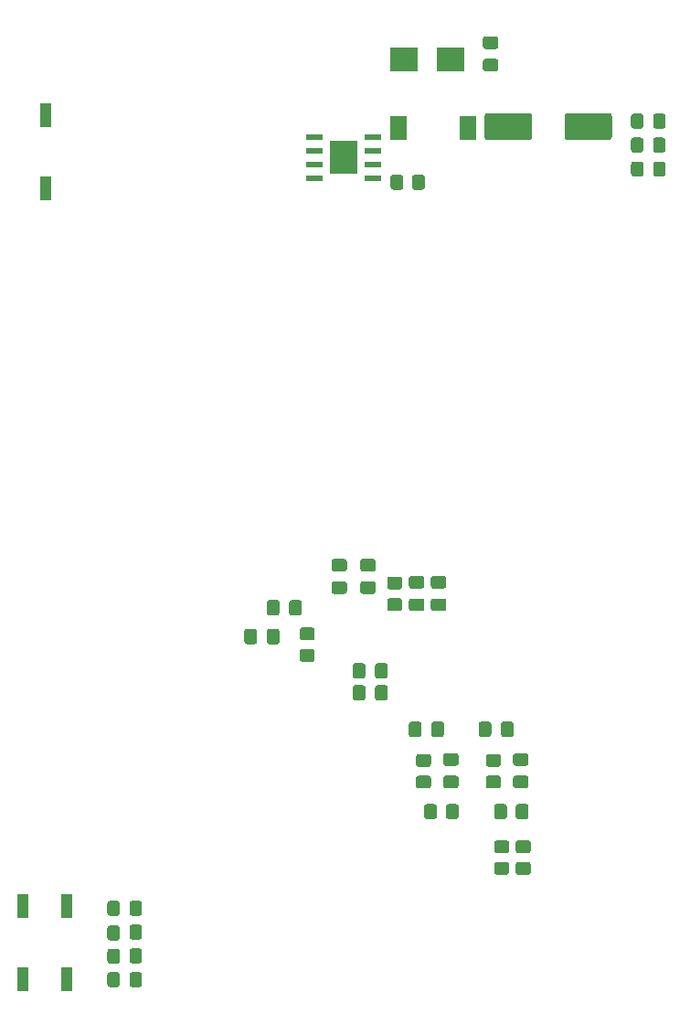
<source format=gtp>
G04 #@! TF.GenerationSoftware,KiCad,Pcbnew,(5.1.10)-1*
G04 #@! TF.CreationDate,2021-09-30T10:00:51+08:00*
G04 #@! TF.ProjectId,internal_mainboard_V2.2,696e7465-726e-4616-9c5f-6d61696e626f,rev?*
G04 #@! TF.SameCoordinates,Original*
G04 #@! TF.FileFunction,Paste,Top*
G04 #@! TF.FilePolarity,Positive*
%FSLAX46Y46*%
G04 Gerber Fmt 4.6, Leading zero omitted, Abs format (unit mm)*
G04 Created by KiCad (PCBNEW (5.1.10)-1) date 2021-09-30 10:00:51*
%MOMM*%
%LPD*%
G01*
G04 APERTURE LIST*
%ADD10R,2.600000X3.100000*%
%ADD11R,1.550000X0.600000*%
%ADD12R,1.120000X2.160000*%
%ADD13R,1.500000X2.200000*%
%ADD14R,2.500000X2.300000*%
G04 APERTURE END LIST*
G36*
G01*
X248611001Y-103232000D02*
X247710999Y-103232000D01*
G75*
G02*
X247461000Y-102982001I0J249999D01*
G01*
X247461000Y-102281999D01*
G75*
G02*
X247710999Y-102032000I249999J0D01*
G01*
X248611001Y-102032000D01*
G75*
G02*
X248861000Y-102281999I0J-249999D01*
G01*
X248861000Y-102982001D01*
G75*
G02*
X248611001Y-103232000I-249999J0D01*
G01*
G37*
G36*
G01*
X248611001Y-105232000D02*
X247710999Y-105232000D01*
G75*
G02*
X247461000Y-104982001I0J249999D01*
G01*
X247461000Y-104281999D01*
G75*
G02*
X247710999Y-104032000I249999J0D01*
G01*
X248611001Y-104032000D01*
G75*
G02*
X248861000Y-104281999I0J-249999D01*
G01*
X248861000Y-104982001D01*
G75*
G02*
X248611001Y-105232000I-249999J0D01*
G01*
G37*
G36*
G01*
X242184000Y-98927499D02*
X242184000Y-99827501D01*
G75*
G02*
X241934001Y-100077500I-249999J0D01*
G01*
X241233999Y-100077500D01*
G75*
G02*
X240984000Y-99827501I0J249999D01*
G01*
X240984000Y-98927499D01*
G75*
G02*
X241233999Y-98677500I249999J0D01*
G01*
X241934001Y-98677500D01*
G75*
G02*
X242184000Y-98927499I0J-249999D01*
G01*
G37*
G36*
G01*
X244184000Y-98927499D02*
X244184000Y-99827501D01*
G75*
G02*
X243934001Y-100077500I-249999J0D01*
G01*
X243233999Y-100077500D01*
G75*
G02*
X242984000Y-99827501I0J249999D01*
G01*
X242984000Y-98927499D01*
G75*
G02*
X243233999Y-98677500I249999J0D01*
G01*
X243934001Y-98677500D01*
G75*
G02*
X244184000Y-98927499I0J-249999D01*
G01*
G37*
D10*
X233553000Y-38796000D03*
D11*
X230853000Y-36891000D03*
X230853000Y-38161000D03*
X230853000Y-39431000D03*
X230853000Y-40701000D03*
X236253000Y-40701000D03*
X236253000Y-39431000D03*
X236253000Y-38161000D03*
X236253000Y-36891000D03*
D12*
X205930500Y-41655500D03*
X205930500Y-34925500D03*
X207899000Y-114871000D03*
X207899000Y-108141000D03*
X203771500Y-114871000D03*
X203771500Y-108141000D03*
G36*
G01*
X250611001Y-103232000D02*
X249710999Y-103232000D01*
G75*
G02*
X249461000Y-102982001I0J249999D01*
G01*
X249461000Y-102281999D01*
G75*
G02*
X249710999Y-102032000I249999J0D01*
G01*
X250611001Y-102032000D01*
G75*
G02*
X250861000Y-102281999I0J-249999D01*
G01*
X250861000Y-102982001D01*
G75*
G02*
X250611001Y-103232000I-249999J0D01*
G01*
G37*
G36*
G01*
X250611001Y-105232000D02*
X249710999Y-105232000D01*
G75*
G02*
X249461000Y-104982001I0J249999D01*
G01*
X249461000Y-104281999D01*
G75*
G02*
X249710999Y-104032000I249999J0D01*
G01*
X250611001Y-104032000D01*
G75*
G02*
X250861000Y-104281999I0J-249999D01*
G01*
X250861000Y-104982001D01*
G75*
G02*
X250611001Y-105232000I-249999J0D01*
G01*
G37*
G36*
G01*
X239058000Y-40650999D02*
X239058000Y-41551001D01*
G75*
G02*
X238808001Y-41801000I-249999J0D01*
G01*
X238107999Y-41801000D01*
G75*
G02*
X237858000Y-41551001I0J249999D01*
G01*
X237858000Y-40650999D01*
G75*
G02*
X238107999Y-40401000I249999J0D01*
G01*
X238808001Y-40401000D01*
G75*
G02*
X239058000Y-40650999I0J-249999D01*
G01*
G37*
G36*
G01*
X241058000Y-40650999D02*
X241058000Y-41551001D01*
G75*
G02*
X240808001Y-41801000I-249999J0D01*
G01*
X240107999Y-41801000D01*
G75*
G02*
X239858000Y-41551001I0J249999D01*
G01*
X239858000Y-40650999D01*
G75*
G02*
X240107999Y-40401000I249999J0D01*
G01*
X240808001Y-40401000D01*
G75*
G02*
X241058000Y-40650999I0J-249999D01*
G01*
G37*
G36*
G01*
X240468999Y-96041000D02*
X241369001Y-96041000D01*
G75*
G02*
X241619000Y-96290999I0J-249999D01*
G01*
X241619000Y-96991001D01*
G75*
G02*
X241369001Y-97241000I-249999J0D01*
G01*
X240468999Y-97241000D01*
G75*
G02*
X240219000Y-96991001I0J249999D01*
G01*
X240219000Y-96290999D01*
G75*
G02*
X240468999Y-96041000I249999J0D01*
G01*
G37*
G36*
G01*
X240468999Y-94041000D02*
X241369001Y-94041000D01*
G75*
G02*
X241619000Y-94290999I0J-249999D01*
G01*
X241619000Y-94991001D01*
G75*
G02*
X241369001Y-95241000I-249999J0D01*
G01*
X240468999Y-95241000D01*
G75*
G02*
X240219000Y-94991001I0J249999D01*
G01*
X240219000Y-94290999D01*
G75*
G02*
X240468999Y-94041000I249999J0D01*
G01*
G37*
G36*
G01*
X248661000Y-98927499D02*
X248661000Y-99827501D01*
G75*
G02*
X248411001Y-100077500I-249999J0D01*
G01*
X247710999Y-100077500D01*
G75*
G02*
X247461000Y-99827501I0J249999D01*
G01*
X247461000Y-98927499D01*
G75*
G02*
X247710999Y-98677500I249999J0D01*
G01*
X248411001Y-98677500D01*
G75*
G02*
X248661000Y-98927499I0J-249999D01*
G01*
G37*
G36*
G01*
X250661000Y-98927499D02*
X250661000Y-99827501D01*
G75*
G02*
X250411001Y-100077500I-249999J0D01*
G01*
X249710999Y-100077500D01*
G75*
G02*
X249461000Y-99827501I0J249999D01*
G01*
X249461000Y-98927499D01*
G75*
G02*
X249710999Y-98677500I249999J0D01*
G01*
X250411001Y-98677500D01*
G75*
G02*
X250661000Y-98927499I0J-249999D01*
G01*
G37*
G36*
G01*
X246945999Y-96041000D02*
X247846001Y-96041000D01*
G75*
G02*
X248096000Y-96290999I0J-249999D01*
G01*
X248096000Y-96991001D01*
G75*
G02*
X247846001Y-97241000I-249999J0D01*
G01*
X246945999Y-97241000D01*
G75*
G02*
X246696000Y-96991001I0J249999D01*
G01*
X246696000Y-96290999D01*
G75*
G02*
X246945999Y-96041000I249999J0D01*
G01*
G37*
G36*
G01*
X246945999Y-94041000D02*
X247846001Y-94041000D01*
G75*
G02*
X248096000Y-94290999I0J-249999D01*
G01*
X248096000Y-94991001D01*
G75*
G02*
X247846001Y-95241000I-249999J0D01*
G01*
X246945999Y-95241000D01*
G75*
G02*
X246696000Y-94991001I0J249999D01*
G01*
X246696000Y-94290999D01*
G75*
G02*
X246945999Y-94041000I249999J0D01*
G01*
G37*
G36*
G01*
X237801999Y-79609500D02*
X238702001Y-79609500D01*
G75*
G02*
X238952000Y-79859499I0J-249999D01*
G01*
X238952000Y-80559501D01*
G75*
G02*
X238702001Y-80809500I-249999J0D01*
G01*
X237801999Y-80809500D01*
G75*
G02*
X237552000Y-80559501I0J249999D01*
G01*
X237552000Y-79859499D01*
G75*
G02*
X237801999Y-79609500I249999J0D01*
G01*
G37*
G36*
G01*
X237801999Y-77609500D02*
X238702001Y-77609500D01*
G75*
G02*
X238952000Y-77859499I0J-249999D01*
G01*
X238952000Y-78559501D01*
G75*
G02*
X238702001Y-78809500I-249999J0D01*
G01*
X237801999Y-78809500D01*
G75*
G02*
X237552000Y-78559501I0J249999D01*
G01*
X237552000Y-77859499D01*
G75*
G02*
X237801999Y-77609500I249999J0D01*
G01*
G37*
G36*
G01*
X229695999Y-84316000D02*
X230596001Y-84316000D01*
G75*
G02*
X230846000Y-84565999I0J-249999D01*
G01*
X230846000Y-85266001D01*
G75*
G02*
X230596001Y-85516000I-249999J0D01*
G01*
X229695999Y-85516000D01*
G75*
G02*
X229446000Y-85266001I0J249999D01*
G01*
X229446000Y-84565999D01*
G75*
G02*
X229695999Y-84316000I249999J0D01*
G01*
G37*
G36*
G01*
X229695999Y-82316000D02*
X230596001Y-82316000D01*
G75*
G02*
X230846000Y-82565999I0J-249999D01*
G01*
X230846000Y-83266001D01*
G75*
G02*
X230596001Y-83516000I-249999J0D01*
G01*
X229695999Y-83516000D01*
G75*
G02*
X229446000Y-83266001I0J249999D01*
G01*
X229446000Y-82565999D01*
G75*
G02*
X229695999Y-82316000I249999J0D01*
G01*
G37*
D13*
X238608000Y-36091000D03*
X245008000Y-36091000D03*
G36*
G01*
X263347000Y-34982999D02*
X263347000Y-35883001D01*
G75*
G02*
X263097001Y-36133000I-249999J0D01*
G01*
X262446999Y-36133000D01*
G75*
G02*
X262197000Y-35883001I0J249999D01*
G01*
X262197000Y-34982999D01*
G75*
G02*
X262446999Y-34733000I249999J0D01*
G01*
X263097001Y-34733000D01*
G75*
G02*
X263347000Y-34982999I0J-249999D01*
G01*
G37*
G36*
G01*
X261297000Y-34982999D02*
X261297000Y-35883001D01*
G75*
G02*
X261047001Y-36133000I-249999J0D01*
G01*
X260396999Y-36133000D01*
G75*
G02*
X260147000Y-35883001I0J249999D01*
G01*
X260147000Y-34982999D01*
G75*
G02*
X260396999Y-34733000I249999J0D01*
G01*
X261047001Y-34733000D01*
G75*
G02*
X261297000Y-34982999I0J-249999D01*
G01*
G37*
G36*
G01*
X263347000Y-37205499D02*
X263347000Y-38105501D01*
G75*
G02*
X263097001Y-38355500I-249999J0D01*
G01*
X262446999Y-38355500D01*
G75*
G02*
X262197000Y-38105501I0J249999D01*
G01*
X262197000Y-37205499D01*
G75*
G02*
X262446999Y-36955500I249999J0D01*
G01*
X263097001Y-36955500D01*
G75*
G02*
X263347000Y-37205499I0J-249999D01*
G01*
G37*
G36*
G01*
X261297000Y-37205499D02*
X261297000Y-38105501D01*
G75*
G02*
X261047001Y-38355500I-249999J0D01*
G01*
X260396999Y-38355500D01*
G75*
G02*
X260147000Y-38105501I0J249999D01*
G01*
X260147000Y-37205499D01*
G75*
G02*
X260396999Y-36955500I249999J0D01*
G01*
X261047001Y-36955500D01*
G75*
G02*
X261297000Y-37205499I0J-249999D01*
G01*
G37*
G36*
G01*
X263347000Y-39427999D02*
X263347000Y-40328001D01*
G75*
G02*
X263097001Y-40578000I-249999J0D01*
G01*
X262446999Y-40578000D01*
G75*
G02*
X262197000Y-40328001I0J249999D01*
G01*
X262197000Y-39427999D01*
G75*
G02*
X262446999Y-39178000I249999J0D01*
G01*
X263097001Y-39178000D01*
G75*
G02*
X263347000Y-39427999I0J-249999D01*
G01*
G37*
G36*
G01*
X261297000Y-39427999D02*
X261297000Y-40328001D01*
G75*
G02*
X261047001Y-40578000I-249999J0D01*
G01*
X260396999Y-40578000D01*
G75*
G02*
X260147000Y-40328001I0J249999D01*
G01*
X260147000Y-39427999D01*
G75*
G02*
X260396999Y-39178000I249999J0D01*
G01*
X261047001Y-39178000D01*
G75*
G02*
X261297000Y-39427999I0J-249999D01*
G01*
G37*
D14*
X239108000Y-29685000D03*
X243408000Y-29685000D03*
G36*
G01*
X214833000Y-114484999D02*
X214833000Y-115385001D01*
G75*
G02*
X214583001Y-115635000I-249999J0D01*
G01*
X213932999Y-115635000D01*
G75*
G02*
X213683000Y-115385001I0J249999D01*
G01*
X213683000Y-114484999D01*
G75*
G02*
X213932999Y-114235000I249999J0D01*
G01*
X214583001Y-114235000D01*
G75*
G02*
X214833000Y-114484999I0J-249999D01*
G01*
G37*
G36*
G01*
X212783000Y-114484999D02*
X212783000Y-115385001D01*
G75*
G02*
X212533001Y-115635000I-249999J0D01*
G01*
X211882999Y-115635000D01*
G75*
G02*
X211633000Y-115385001I0J249999D01*
G01*
X211633000Y-114484999D01*
G75*
G02*
X211882999Y-114235000I249999J0D01*
G01*
X212533001Y-114235000D01*
G75*
G02*
X212783000Y-114484999I0J-249999D01*
G01*
G37*
G36*
G01*
X214833000Y-112283666D02*
X214833000Y-113183668D01*
G75*
G02*
X214583001Y-113433667I-249999J0D01*
G01*
X213932999Y-113433667D01*
G75*
G02*
X213683000Y-113183668I0J249999D01*
G01*
X213683000Y-112283666D01*
G75*
G02*
X213932999Y-112033667I249999J0D01*
G01*
X214583001Y-112033667D01*
G75*
G02*
X214833000Y-112283666I0J-249999D01*
G01*
G37*
G36*
G01*
X212783000Y-112325999D02*
X212783000Y-113226001D01*
G75*
G02*
X212533001Y-113476000I-249999J0D01*
G01*
X211882999Y-113476000D01*
G75*
G02*
X211633000Y-113226001I0J249999D01*
G01*
X211633000Y-112325999D01*
G75*
G02*
X211882999Y-112076000I249999J0D01*
G01*
X212533001Y-112076000D01*
G75*
G02*
X212783000Y-112325999I0J-249999D01*
G01*
G37*
G36*
G01*
X214833000Y-110082333D02*
X214833000Y-110982335D01*
G75*
G02*
X214583001Y-111232334I-249999J0D01*
G01*
X213932999Y-111232334D01*
G75*
G02*
X213683000Y-110982335I0J249999D01*
G01*
X213683000Y-110082333D01*
G75*
G02*
X213932999Y-109832334I249999J0D01*
G01*
X214583001Y-109832334D01*
G75*
G02*
X214833000Y-110082333I0J-249999D01*
G01*
G37*
G36*
G01*
X212783000Y-110166999D02*
X212783000Y-111067001D01*
G75*
G02*
X212533001Y-111317000I-249999J0D01*
G01*
X211882999Y-111317000D01*
G75*
G02*
X211633000Y-111067001I0J249999D01*
G01*
X211633000Y-110166999D01*
G75*
G02*
X211882999Y-109917000I249999J0D01*
G01*
X212533001Y-109917000D01*
G75*
G02*
X212783000Y-110166999I0J-249999D01*
G01*
G37*
G36*
G01*
X214833000Y-107880999D02*
X214833000Y-108781001D01*
G75*
G02*
X214583001Y-109031000I-249999J0D01*
G01*
X213932999Y-109031000D01*
G75*
G02*
X213683000Y-108781001I0J249999D01*
G01*
X213683000Y-107880999D01*
G75*
G02*
X213932999Y-107631000I249999J0D01*
G01*
X214583001Y-107631000D01*
G75*
G02*
X214833000Y-107880999I0J-249999D01*
G01*
G37*
G36*
G01*
X212783000Y-107880999D02*
X212783000Y-108781001D01*
G75*
G02*
X212533001Y-109031000I-249999J0D01*
G01*
X211882999Y-109031000D01*
G75*
G02*
X211633000Y-108781001I0J249999D01*
G01*
X211633000Y-107880999D01*
G75*
G02*
X211882999Y-107631000I249999J0D01*
G01*
X212533001Y-107631000D01*
G75*
G02*
X212783000Y-107880999I0J-249999D01*
G01*
G37*
G36*
G01*
X246576000Y-36941000D02*
X246576000Y-34941000D01*
G75*
G02*
X246826000Y-34691000I250000J0D01*
G01*
X250726000Y-34691000D01*
G75*
G02*
X250976000Y-34941000I0J-250000D01*
G01*
X250976000Y-36941000D01*
G75*
G02*
X250726000Y-37191000I-250000J0D01*
G01*
X246826000Y-37191000D01*
G75*
G02*
X246576000Y-36941000I0J250000D01*
G01*
G37*
G36*
G01*
X253976000Y-36941000D02*
X253976000Y-34941000D01*
G75*
G02*
X254226000Y-34691000I250000J0D01*
G01*
X258126000Y-34691000D01*
G75*
G02*
X258376000Y-34941000I0J-250000D01*
G01*
X258376000Y-36941000D01*
G75*
G02*
X258126000Y-37191000I-250000J0D01*
G01*
X254226000Y-37191000D01*
G75*
G02*
X253976000Y-36941000I0J250000D01*
G01*
G37*
G36*
G01*
X247617000Y-30835000D02*
X246667000Y-30835000D01*
G75*
G02*
X246417000Y-30585000I0J250000D01*
G01*
X246417000Y-29910000D01*
G75*
G02*
X246667000Y-29660000I250000J0D01*
G01*
X247617000Y-29660000D01*
G75*
G02*
X247867000Y-29910000I0J-250000D01*
G01*
X247867000Y-30585000D01*
G75*
G02*
X247617000Y-30835000I-250000J0D01*
G01*
G37*
G36*
G01*
X247617000Y-28760000D02*
X246667000Y-28760000D01*
G75*
G02*
X246417000Y-28510000I0J250000D01*
G01*
X246417000Y-27835000D01*
G75*
G02*
X246667000Y-27585000I250000J0D01*
G01*
X247617000Y-27585000D01*
G75*
G02*
X247867000Y-27835000I0J-250000D01*
G01*
X247867000Y-28510000D01*
G75*
G02*
X247617000Y-28760000I-250000J0D01*
G01*
G37*
G36*
G01*
X242984000Y-93966000D02*
X243934000Y-93966000D01*
G75*
G02*
X244184000Y-94216000I0J-250000D01*
G01*
X244184000Y-94891000D01*
G75*
G02*
X243934000Y-95141000I-250000J0D01*
G01*
X242984000Y-95141000D01*
G75*
G02*
X242734000Y-94891000I0J250000D01*
G01*
X242734000Y-94216000D01*
G75*
G02*
X242984000Y-93966000I250000J0D01*
G01*
G37*
G36*
G01*
X242984000Y-96041000D02*
X243934000Y-96041000D01*
G75*
G02*
X244184000Y-96291000I0J-250000D01*
G01*
X244184000Y-96966000D01*
G75*
G02*
X243934000Y-97216000I-250000J0D01*
G01*
X242984000Y-97216000D01*
G75*
G02*
X242734000Y-96966000I0J250000D01*
G01*
X242734000Y-96291000D01*
G75*
G02*
X242984000Y-96041000I250000J0D01*
G01*
G37*
G36*
G01*
X249461000Y-93966000D02*
X250411000Y-93966000D01*
G75*
G02*
X250661000Y-94216000I0J-250000D01*
G01*
X250661000Y-94891000D01*
G75*
G02*
X250411000Y-95141000I-250000J0D01*
G01*
X249461000Y-95141000D01*
G75*
G02*
X249211000Y-94891000I0J250000D01*
G01*
X249211000Y-94216000D01*
G75*
G02*
X249461000Y-93966000I250000J0D01*
G01*
G37*
G36*
G01*
X249461000Y-96041000D02*
X250411000Y-96041000D01*
G75*
G02*
X250661000Y-96291000I0J-250000D01*
G01*
X250661000Y-96966000D01*
G75*
G02*
X250411000Y-97216000I-250000J0D01*
G01*
X249461000Y-97216000D01*
G75*
G02*
X249211000Y-96966000I0J250000D01*
G01*
X249211000Y-96291000D01*
G75*
G02*
X249461000Y-96041000I250000J0D01*
G01*
G37*
G36*
G01*
X239570000Y-92232500D02*
X239570000Y-91282500D01*
G75*
G02*
X239820000Y-91032500I250000J0D01*
G01*
X240495000Y-91032500D01*
G75*
G02*
X240745000Y-91282500I0J-250000D01*
G01*
X240745000Y-92232500D01*
G75*
G02*
X240495000Y-92482500I-250000J0D01*
G01*
X239820000Y-92482500D01*
G75*
G02*
X239570000Y-92232500I0J250000D01*
G01*
G37*
G36*
G01*
X241645000Y-92232500D02*
X241645000Y-91282500D01*
G75*
G02*
X241895000Y-91032500I250000J0D01*
G01*
X242570000Y-91032500D01*
G75*
G02*
X242820000Y-91282500I0J-250000D01*
G01*
X242820000Y-92232500D01*
G75*
G02*
X242570000Y-92482500I-250000J0D01*
G01*
X241895000Y-92482500D01*
G75*
G02*
X241645000Y-92232500I0J250000D01*
G01*
G37*
G36*
G01*
X246025000Y-92232500D02*
X246025000Y-91282500D01*
G75*
G02*
X246275000Y-91032500I250000J0D01*
G01*
X246950000Y-91032500D01*
G75*
G02*
X247200000Y-91282500I0J-250000D01*
G01*
X247200000Y-92232500D01*
G75*
G02*
X246950000Y-92482500I-250000J0D01*
G01*
X246275000Y-92482500D01*
G75*
G02*
X246025000Y-92232500I0J250000D01*
G01*
G37*
G36*
G01*
X248100000Y-92232500D02*
X248100000Y-91282500D01*
G75*
G02*
X248350000Y-91032500I250000J0D01*
G01*
X249025000Y-91032500D01*
G75*
G02*
X249275000Y-91282500I0J-250000D01*
G01*
X249275000Y-92232500D01*
G75*
G02*
X249025000Y-92482500I-250000J0D01*
G01*
X248350000Y-92482500D01*
G75*
G02*
X248100000Y-92232500I0J250000D01*
G01*
G37*
G36*
G01*
X227580000Y-82695000D02*
X227580000Y-83645000D01*
G75*
G02*
X227330000Y-83895000I-250000J0D01*
G01*
X226655000Y-83895000D01*
G75*
G02*
X226405000Y-83645000I0J250000D01*
G01*
X226405000Y-82695000D01*
G75*
G02*
X226655000Y-82445000I250000J0D01*
G01*
X227330000Y-82445000D01*
G75*
G02*
X227580000Y-82695000I0J-250000D01*
G01*
G37*
G36*
G01*
X225505000Y-82695000D02*
X225505000Y-83645000D01*
G75*
G02*
X225255000Y-83895000I-250000J0D01*
G01*
X224580000Y-83895000D01*
G75*
G02*
X224330000Y-83645000I0J250000D01*
G01*
X224330000Y-82695000D01*
G75*
G02*
X224580000Y-82445000I250000J0D01*
G01*
X225255000Y-82445000D01*
G75*
G02*
X225505000Y-82695000I0J-250000D01*
G01*
G37*
G36*
G01*
X237613000Y-87902000D02*
X237613000Y-88852000D01*
G75*
G02*
X237363000Y-89102000I-250000J0D01*
G01*
X236688000Y-89102000D01*
G75*
G02*
X236438000Y-88852000I0J250000D01*
G01*
X236438000Y-87902000D01*
G75*
G02*
X236688000Y-87652000I250000J0D01*
G01*
X237363000Y-87652000D01*
G75*
G02*
X237613000Y-87902000I0J-250000D01*
G01*
G37*
G36*
G01*
X235538000Y-87902000D02*
X235538000Y-88852000D01*
G75*
G02*
X235288000Y-89102000I-250000J0D01*
G01*
X234613000Y-89102000D01*
G75*
G02*
X234363000Y-88852000I0J250000D01*
G01*
X234363000Y-87902000D01*
G75*
G02*
X234613000Y-87652000I250000J0D01*
G01*
X235288000Y-87652000D01*
G75*
G02*
X235538000Y-87902000I0J-250000D01*
G01*
G37*
G36*
G01*
X232633500Y-75972000D02*
X233583500Y-75972000D01*
G75*
G02*
X233833500Y-76222000I0J-250000D01*
G01*
X233833500Y-76897000D01*
G75*
G02*
X233583500Y-77147000I-250000J0D01*
G01*
X232633500Y-77147000D01*
G75*
G02*
X232383500Y-76897000I0J250000D01*
G01*
X232383500Y-76222000D01*
G75*
G02*
X232633500Y-75972000I250000J0D01*
G01*
G37*
G36*
G01*
X232633500Y-78047000D02*
X233583500Y-78047000D01*
G75*
G02*
X233833500Y-78297000I0J-250000D01*
G01*
X233833500Y-78972000D01*
G75*
G02*
X233583500Y-79222000I-250000J0D01*
G01*
X232633500Y-79222000D01*
G75*
G02*
X232383500Y-78972000I0J250000D01*
G01*
X232383500Y-78297000D01*
G75*
G02*
X232633500Y-78047000I250000J0D01*
G01*
G37*
G36*
G01*
X229655000Y-80028000D02*
X229655000Y-80978000D01*
G75*
G02*
X229405000Y-81228000I-250000J0D01*
G01*
X228730000Y-81228000D01*
G75*
G02*
X228480000Y-80978000I0J250000D01*
G01*
X228480000Y-80028000D01*
G75*
G02*
X228730000Y-79778000I250000J0D01*
G01*
X229405000Y-79778000D01*
G75*
G02*
X229655000Y-80028000I0J-250000D01*
G01*
G37*
G36*
G01*
X227580000Y-80028000D02*
X227580000Y-80978000D01*
G75*
G02*
X227330000Y-81228000I-250000J0D01*
G01*
X226655000Y-81228000D01*
G75*
G02*
X226405000Y-80978000I0J250000D01*
G01*
X226405000Y-80028000D01*
G75*
G02*
X226655000Y-79778000I250000J0D01*
G01*
X227330000Y-79778000D01*
G75*
G02*
X227580000Y-80028000I0J-250000D01*
G01*
G37*
G36*
G01*
X240759000Y-80809500D02*
X239809000Y-80809500D01*
G75*
G02*
X239559000Y-80559500I0J250000D01*
G01*
X239559000Y-79884500D01*
G75*
G02*
X239809000Y-79634500I250000J0D01*
G01*
X240759000Y-79634500D01*
G75*
G02*
X241009000Y-79884500I0J-250000D01*
G01*
X241009000Y-80559500D01*
G75*
G02*
X240759000Y-80809500I-250000J0D01*
G01*
G37*
G36*
G01*
X240759000Y-78734500D02*
X239809000Y-78734500D01*
G75*
G02*
X239559000Y-78484500I0J250000D01*
G01*
X239559000Y-77809500D01*
G75*
G02*
X239809000Y-77559500I250000J0D01*
G01*
X240759000Y-77559500D01*
G75*
G02*
X241009000Y-77809500I0J-250000D01*
G01*
X241009000Y-78484500D01*
G75*
G02*
X240759000Y-78734500I-250000J0D01*
G01*
G37*
G36*
G01*
X235300500Y-75972000D02*
X236250500Y-75972000D01*
G75*
G02*
X236500500Y-76222000I0J-250000D01*
G01*
X236500500Y-76897000D01*
G75*
G02*
X236250500Y-77147000I-250000J0D01*
G01*
X235300500Y-77147000D01*
G75*
G02*
X235050500Y-76897000I0J250000D01*
G01*
X235050500Y-76222000D01*
G75*
G02*
X235300500Y-75972000I250000J0D01*
G01*
G37*
G36*
G01*
X235300500Y-78047000D02*
X236250500Y-78047000D01*
G75*
G02*
X236500500Y-78297000I0J-250000D01*
G01*
X236500500Y-78972000D01*
G75*
G02*
X236250500Y-79222000I-250000J0D01*
G01*
X235300500Y-79222000D01*
G75*
G02*
X235050500Y-78972000I0J250000D01*
G01*
X235050500Y-78297000D01*
G75*
G02*
X235300500Y-78047000I250000J0D01*
G01*
G37*
G36*
G01*
X234363000Y-86820000D02*
X234363000Y-85870000D01*
G75*
G02*
X234613000Y-85620000I250000J0D01*
G01*
X235288000Y-85620000D01*
G75*
G02*
X235538000Y-85870000I0J-250000D01*
G01*
X235538000Y-86820000D01*
G75*
G02*
X235288000Y-87070000I-250000J0D01*
G01*
X234613000Y-87070000D01*
G75*
G02*
X234363000Y-86820000I0J250000D01*
G01*
G37*
G36*
G01*
X236438000Y-86820000D02*
X236438000Y-85870000D01*
G75*
G02*
X236688000Y-85620000I250000J0D01*
G01*
X237363000Y-85620000D01*
G75*
G02*
X237613000Y-85870000I0J-250000D01*
G01*
X237613000Y-86820000D01*
G75*
G02*
X237363000Y-87070000I-250000J0D01*
G01*
X236688000Y-87070000D01*
G75*
G02*
X236438000Y-86820000I0J250000D01*
G01*
G37*
G36*
G01*
X241841000Y-77559500D02*
X242791000Y-77559500D01*
G75*
G02*
X243041000Y-77809500I0J-250000D01*
G01*
X243041000Y-78484500D01*
G75*
G02*
X242791000Y-78734500I-250000J0D01*
G01*
X241841000Y-78734500D01*
G75*
G02*
X241591000Y-78484500I0J250000D01*
G01*
X241591000Y-77809500D01*
G75*
G02*
X241841000Y-77559500I250000J0D01*
G01*
G37*
G36*
G01*
X241841000Y-79634500D02*
X242791000Y-79634500D01*
G75*
G02*
X243041000Y-79884500I0J-250000D01*
G01*
X243041000Y-80559500D01*
G75*
G02*
X242791000Y-80809500I-250000J0D01*
G01*
X241841000Y-80809500D01*
G75*
G02*
X241591000Y-80559500I0J250000D01*
G01*
X241591000Y-79884500D01*
G75*
G02*
X241841000Y-79634500I250000J0D01*
G01*
G37*
M02*

</source>
